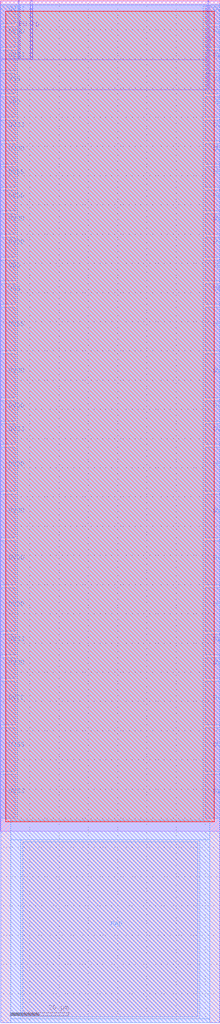
<source format=lef>
VERSION 5.7 ;
  NOWIREEXTENSIONATPIN ON ;
  DIVIDERCHAR "/" ;
  BUSBITCHARS "[]" ;
MACRO gf180mcu_ocd_io__in_c
  CLASS PAD INPUT ;
  FOREIGN gf180mcu_ocd_io__in_c ;
  ORIGIN 0.000 0.000 ;
  SIZE 75.000 BY 350.000 ;
  SYMMETRY X Y R90 ;
  SITE GF_IO_Site ;
  PIN DVDD
    DIRECTION INOUT ;
    USE POWER ;
    PORT
      LAYER Metal4 ;
        RECT 0.000 118.000 5.000 125.000 ;
    END
    PORT
      LAYER Metal4 ;
        RECT 0.000 134.000 5.000 149.000 ;
    END
    PORT
      LAYER Metal4 ;
        RECT 0.000 150.000 5.000 165.000 ;
    END
    PORT
      LAYER Metal4 ;
        RECT 0.000 166.000 5.000 181.000 ;
    END
    PORT
      LAYER Metal4 ;
        RECT 0.000 182.000 5.000 197.000 ;
    END
    PORT
      LAYER Metal4 ;
        RECT 0.000 206.000 5.000 213.000 ;
    END
    PORT
      LAYER Metal4 ;
        RECT 0.000 214.000 5.000 229.000 ;
    END
    PORT
      LAYER Metal4 ;
        RECT 0.000 262.000 5.000 269.000 ;
    END
    PORT
      LAYER Metal4 ;
        RECT 0.000 270.000 5.000 277.000 ;
    END
    PORT
      LAYER Metal4 ;
        RECT 0.000 278.000 5.000 285.000 ;
    END
    PORT
      LAYER Metal4 ;
        RECT 0.000 294.000 5.000 301.000 ;
    END
    PORT
      LAYER Metal4 ;
        RECT 0.000 334.000 5.000 341.000 ;
    END
    PORT
      LAYER Metal4 ;
        RECT 70.000 118.000 75.000 125.000 ;
    END
    PORT
      LAYER Metal4 ;
        RECT 70.000 134.000 75.000 149.000 ;
    END
    PORT
      LAYER Metal4 ;
        RECT 70.000 150.000 75.000 165.000 ;
    END
    PORT
      LAYER Metal4 ;
        RECT 70.000 166.000 75.000 181.000 ;
    END
    PORT
      LAYER Metal4 ;
        RECT 70.000 182.000 75.000 197.000 ;
    END
    PORT
      LAYER Metal4 ;
        RECT 70.000 206.000 75.000 213.000 ;
    END
    PORT
      LAYER Metal4 ;
        RECT 70.000 214.000 75.000 229.000 ;
    END
    PORT
      LAYER Metal4 ;
        RECT 70.000 262.000 75.000 269.000 ;
    END
    PORT
      LAYER Metal4 ;
        RECT 70.000 270.000 75.000 277.000 ;
    END
    PORT
      LAYER Metal4 ;
        RECT 70.000 278.000 75.000 285.000 ;
    END
    PORT
      LAYER Metal4 ;
        RECT 70.000 294.000 75.000 301.000 ;
    END
    PORT
      LAYER Metal4 ;
        RECT 70.000 334.000 75.000 341.000 ;
    END
  END DVDD
  PIN DVSS
    DIRECTION INOUT ;
    USE GROUND ;
    PORT
      LAYER Metal4 ;
        RECT 0.000 70.000 5.000 85.000 ;
    END
    PORT
      LAYER Metal4 ;
        RECT 0.000 86.000 5.000 101.000 ;
    END
    PORT
      LAYER Metal4 ;
        RECT 0.000 102.000 5.000 117.000 ;
    END
    PORT
      LAYER Metal4 ;
        RECT 0.000 126.000 5.000 133.000 ;
    END
    PORT
      LAYER Metal4 ;
        RECT 0.000 198.000 5.000 205.000 ;
    END
    PORT
      LAYER Metal4 ;
        RECT 0.000 230.000 5.000 245.000 ;
    END
    PORT
      LAYER Metal4 ;
        RECT 0.000 286.000 5.000 293.000 ;
    END
    PORT
      LAYER Metal4 ;
        RECT 0.000 302.000 5.000 309.000 ;
    END
    PORT
      LAYER Metal4 ;
        RECT 0.000 326.000 5.000 333.000 ;
    END
    PORT
      LAYER Metal4 ;
        RECT 0.000 342.000 5.000 348.390 ;
    END
    PORT
      LAYER Metal4 ;
        RECT 70.000 70.000 75.000 85.000 ;
    END
    PORT
      LAYER Metal4 ;
        RECT 70.000 86.000 75.000 101.000 ;
    END
    PORT
      LAYER Metal4 ;
        RECT 70.000 102.000 75.000 117.000 ;
    END
    PORT
      LAYER Metal4 ;
        RECT 70.000 126.000 75.000 133.000 ;
    END
    PORT
      LAYER Metal4 ;
        RECT 70.000 198.000 75.000 205.000 ;
    END
    PORT
      LAYER Metal4 ;
        RECT 70.000 230.000 75.000 245.000 ;
    END
    PORT
      LAYER Metal4 ;
        RECT 70.000 286.000 75.000 293.000 ;
    END
    PORT
      LAYER Metal4 ;
        RECT 70.000 302.000 75.000 309.000 ;
    END
    PORT
      LAYER Metal4 ;
        RECT 70.000 326.000 75.000 333.000 ;
    END
    PORT
      LAYER Metal4 ;
        RECT 70.000 342.000 75.000 348.390 ;
    END
  END DVSS
  PIN PAD
    DIRECTION INPUT ;
    USE SIGNAL ;
    ANTENNADIFFAREA 258.720001 ;
    PORT
      LAYER Metal4 ;
        RECT 7.500 2.000 67.500 62.000 ;
    END
  END PAD
  PIN PD
    DIRECTION INPUT ;
    USE SIGNAL ;
    ANTENNAGATEAREA 1.512000 ;
    ANTENNADIFFAREA 1.000000 ;
    PORT
      LAYER Metal2 ;
        RECT 10.330 329.950 10.710 349.850 ;
    END
  END PD
  PIN PU
    DIRECTION INPUT ;
    USE SIGNAL ;
    ANTENNAGATEAREA 1.008000 ;
    ANTENNADIFFAREA 1.795000 ;
    PORT
      LAYER Metal2 ;
        RECT 5.965 330.270 6.345 349.850 ;
    END
  END PU
  PIN VDD
    DIRECTION INOUT ;
    USE POWER ;
    PORT
      LAYER Metal4 ;
        RECT 0.000 254.000 5.000 261.000 ;
    END
    PORT
      LAYER Metal4 ;
        RECT 0.000 310.000 5.000 317.000 ;
    END
    PORT
      LAYER Metal4 ;
        RECT 70.000 254.000 75.000 261.000 ;
    END
    PORT
      LAYER Metal4 ;
        RECT 70.000 310.000 75.000 317.000 ;
    END
  END VDD
  PIN VSS
    DIRECTION INOUT ;
    USE GROUND ;
    PORT
      LAYER Metal4 ;
        RECT 0.000 246.000 5.000 253.000 ;
    END
    PORT
      LAYER Metal4 ;
        RECT 0.000 318.000 5.000 325.000 ;
    END
    PORT
      LAYER Metal4 ;
        RECT 70.000 246.000 75.000 253.000 ;
    END
    PORT
      LAYER Metal4 ;
        RECT 70.000 318.000 75.000 325.000 ;
    END
  END VSS
  PIN Y
    DIRECTION OUTPUT ;
    USE SIGNAL ;
    ANTENNADIFFAREA 3.240000 ;
    PORT
      LAYER Metal2 ;
        RECT 70.860 319.750 71.240 349.850 ;
    END
  END Y
  OBS
      LAYER Nwell ;
        RECT 1.630 68.745 73.180 346.385 ;
      LAYER Metal1 ;
        RECT -0.160 65.540 75.160 349.785 ;
      LAYER Metal2 ;
        RECT 0.000 329.970 5.665 348.650 ;
        RECT 6.645 329.970 10.030 348.650 ;
        RECT 0.000 329.650 10.030 329.970 ;
        RECT 11.010 329.650 70.560 348.650 ;
        RECT 0.000 319.450 70.560 329.650 ;
        RECT 71.540 319.450 75.000 348.650 ;
        RECT 0.000 0.000 75.000 319.450 ;
      LAYER Metal3 ;
        RECT 0.000 0.000 75.000 348.390 ;
      LAYER Metal4 ;
        RECT 5.600 69.400 69.400 348.390 ;
        RECT 3.500 62.600 71.500 69.400 ;
        RECT 3.500 1.400 6.900 62.600 ;
        RECT 68.100 1.400 71.500 62.600 ;
        RECT 3.500 0.000 71.500 1.400 ;
  END
END gf180mcu_ocd_io__in_c
END LIBRARY


</source>
